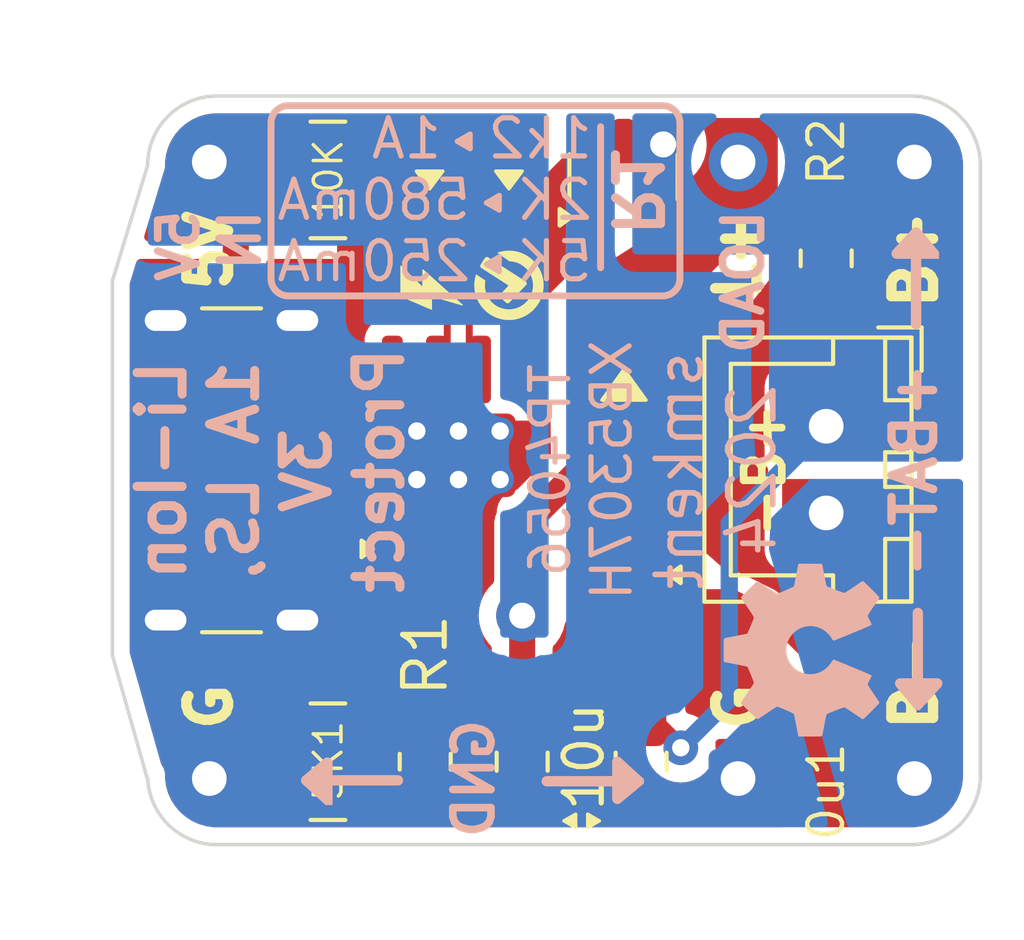
<source format=kicad_pcb>
(kicad_pcb (version 20240108) (generator "pcbnew") (generator_version "8.0")
  (layers (0 "F.Cu" signal) (31 "B.Cu" signal) (34 "B.Paste" user) (35 "F.Paste" user) (36 "B.SilkS" user "B.Silkscreen") (37 "F.SilkS" user "F.Silkscreen") (38 "B.Mask" user) (39 "F.Mask" user) (44 "Edge.Cuts" user))
  (net 0 "")
  (net 1 "GND")
  (net 2 "VIN")
  (net 3 "VOUT")
  (net 4 "B+")
  (net 5 "Net-(LED1-A)")
  (net 6 "Net-(LED1-K)")
  (net 7 "Net-(LED2-A)")
  (net 8 "Net-(LED2-K)")
  (net 9 "Net-(U1-PROG)")
  (net 10 "Net-(J0-CC1)")
  (net 11 "Net-(J0-CC2)")
  (net 14 "B-")
  (net 15 "BATVDD")
  (footprint "Resistor_SMD:R_Array_Convex_4x0603" (layer "F.Cu") (at 125.338 111.2735)
    (property "Reference" "RN2" (hide yes))
    (property "Value" "5K1")
    (pad "1" smd rect (at -0.9 -1.2) (size 0.8 0.5) (layers "F.Cu" "F.Paste" "F.Mask") (net 11 "Net-(J0-CC2)"))
    (pad "2" smd rect (at -0.9 -0.4) (size 0.8 0.4) (layers "F.Cu" "F.Paste" "F.Mask") (net 10 "Net-(J0-CC1)"))
    (pad "3" smd rect (at -0.9 0.4) (size 0.8 0.4) (layers "F.Cu" "F.Paste" "F.Mask") (net 1 "GND"))
    (pad "4" smd rect (at -0.9 1.2) (size 0.8 0.5) (layers "F.Cu" "F.Paste" "F.Mask") (net 1 "GND"))
    (pad "5" smd rect (at 0.9 1.2) (size 0.8 0.5) (layers "F.Cu" "F.Paste" "F.Mask") (net 1 "GND"))
    (pad "6" smd rect (at 0.9 0.4) (size 0.8 0.4) (layers "F.Cu" "F.Paste" "F.Mask") (net 1 "GND"))
    (pad "7" smd rect (at 0.9 -0.4) (size 0.8 0.4) (layers "F.Cu" "F.Paste" "F.Mask") (net 1 "GND"))
    (pad "8" smd rect (at 0.9 -1.2) (size 0.8 0.5) (layers "F.Cu" "F.Paste" "F.Mask") (net 1 "GND"))
  )
  (footprint "Resistor_SMD:R_0805_2012Metric_Pad1.20x1.40mm_HandSolder" (layer "F.Cu") (at 128.143 111.2735 -90)
    (property "Reference" "R1" (hide yes))
    (property "Value" "1K2")
    (pad "1" smd roundrect (at -1 0 270) (size 1.2 1.4) (layers "F.Cu" "F.Paste" "F.Mask") (roundrect_rratio 0.208333) (net 9 "Net-(U1-PROG)"))
    (pad "2" smd roundrect (at 1 0 270) (size 1.2 1.4) (layers "F.Cu" "F.Paste" "F.Mask") (roundrect_rratio 0.208333) (net 1 "GND"))
  )
  (footprint "custom:SOIC-8-1EP_3.9x4.9mm_P1.27mm_EP2.41x3.3mm_ThermalVias_CustomVias" (layer "F.Cu") (at 129.102 102.437 90)
    (property "Reference" "U1" (hide yes))
    (property "Value" "TP4056")
    (pad "1" smd roundrect (at -2.475 -1.905 90) (size 1.95 0.6) (layers "F.Cu" "F.Paste" "F.Mask") (net 1 "GND"))
    (pad "2" smd roundrect (at -2.475 -0.635 90) (size 1.95 0.6) (layers "F.Cu" "F.Paste" "F.Mask") (net 9 "Net-(U1-PROG)"))
    (pad "3" smd roundrect (at -2.475 0.635 90) (size 1.95 0.6) (layers "F.Cu" "F.Paste" "F.Mask") (net 1 "GND"))
    (pad "4" smd roundrect (at -2.475 1.905 90) (size 1.95 0.6) (layers "F.Cu" "F.Paste" "F.Mask") (net 2 "VIN"))
    (pad "5" smd roundrect (at 2.475 1.905 90) (size 1.95 0.6) (layers "F.Cu" "F.Paste" "F.Mask") (net 4 "B+"))
    (pad "6" smd roundrect (at 2.475 0.635 90) (size 1.95 0.6) (layers "F.Cu" "F.Paste" "F.Mask") (net 8 "Net-(LED2-K)"))
    (pad "7" smd roundrect (at 2.475 -0.635 90) (size 1.95 0.6) (layers "F.Cu" "F.Paste" "F.Mask") (net 6 "Net-(LED1-K)"))
    (pad "8" smd roundrect (at 2.475 -1.905 90) (size 1.95 0.6) (layers "F.Cu" "F.Paste" "F.Mask") (net 2 "VIN"))
    (pad "9" thru_hole circle (at -0.7 -1.2 90) (size 0.8 0.8) (drill 0.5) (property pad_prop_heatsink) (layers "*.Cu") (net 1 "GND"))
    (pad "9" thru_hole circle (at -0.7 0 90) (size 0.8 0.8) (drill 0.5) (property pad_prop_heatsink) (layers "*.Cu") (net 1 "GND"))
    (pad "9" thru_hole circle (at -0.7 1.2 90) (size 0.8 0.8) (drill 0.5) (property pad_prop_heatsink) (layers "*.Cu") (net 1 "GND"))
    (pad "9" smd rect (at 0 0 90) (size 1.9 2.9) (property pad_prop_heatsink) (layers "B.Cu") (net 1 "GND"))
    (pad "9" smd roundrect (at 0 0 90) (size 2.41 3.3) (property pad_prop_heatsink) (layers "F.Cu" "F.Mask") (roundrect_rratio 0.1037344398) (net 1 "GND"))
    (pad "9" thru_hole circle (at 0.7 -1.2 90) (size 0.8 0.8) (drill 0.5) (property pad_prop_heatsink) (layers "*.Cu") (net 1 "GND"))
    (pad "9" thru_hole circle (at 0.7 0 90) (size 0.8 0.8) (drill 0.5) (property pad_prop_heatsink) (layers "*.Cu") (net 1 "GND"))
    (pad "9" thru_hole circle (at 0.7 1.2 90) (size 0.8 0.8) (drill 0.5) (property pad_prop_heatsink) (layers "*.Cu") (net 1 "GND"))
  )
  (footprint "custom:JST_XH_B2B-XH-A_1x02_P2.50mm_Vertical_simple" (layer "F.Cu") (at 139.7 101.6 -90)
    (property "Reference" "BT1" (hide yes))
    (property "Value" "Battery_Cell")
    (pad "1" thru_hole oval (at 0 0 270) (size 1.7 2) (drill 1) (layers "*.Cu" "*.Mask") (net 4 "B+"))
    (pad "2" thru_hole oval (at 2.5 0 270) (size 1.7 2) (drill 1) (layers "*.Cu" "*.Mask") (net 14 "B-"))
  )
  (footprint "Capacitor_SMD:C_0805_2012Metric_Pad1.18x1.45mm_HandSolder" (layer "F.Cu") (at 130.937 111.2735 -90)
    (property "Reference" "C1" (hide yes))
    (property "Value" "10uF")
    (pad "1" smd roundrect (at -1.0375 0 270) (size 1.175 1.45) (layers "F.Cu" "F.Paste" "F.Mask") (roundrect_rratio 0.212766) (net 2 "VIN"))
    (pad "2" smd roundrect (at 1.0375 0 270) (size 1.175 1.45) (layers "F.Cu" "F.Paste" "F.Mask") (roundrect_rratio 0.212766) (net 1 "GND"))
  )
  (footprint "graphics:icon-check-mark-circle-2mm" (layer "F.Cu") (at 130.55617 97.535828 90)
    (property "Reference" "G***" (hide yes))
    (property "Value" "LOGO" (hide yes))
  )
  (footprint "custom:LED_0805_2012Metric_Pad1.15x1.40mm_HandSolder_simple" (layer "F.Cu") (at 128.27 94.497 90)
    (property "Reference" "LED1" (hide yes))
    (property "Value" "Charge")
    (pad "1" smd roundrect (at -1.025 0 90) (size 1.15 1.4) (layers "F.Cu" "F.Paste" "F.Mask") (roundrect_rratio 0.217391) (net 6 "Net-(LED1-K)"))
    (pad "2" smd roundrect (at 1.025 0 90) (size 1.15 1.4) (layers "F.Cu" "F.Paste" "F.Mask") (roundrect_rratio 0.217391) (net 5 "Net-(LED1-A)"))
  )
  (footprint "Capacitor_SMD:C_0805_2012Metric_Pad1.18x1.45mm_HandSolder" (layer "F.Cu") (at 134.366 111.2735 90)
    (property "Reference" "C2" (hide yes))
    (property "Value" "10uF")
    (pad "1" smd roundrect (at -1.0375 0 90) (size 1.175 1.45) (layers "F.Cu" "F.Paste" "F.Mask") (roundrect_rratio 0.212766) (net 1 "GND"))
    (pad "2" smd roundrect (at 1.0375 0 90) (size 1.175 1.45) (layers "F.Cu" "F.Paste" "F.Mask") (roundrect_rratio 0.212766) (net 4 "B+"))
  )
  (footprint "custom:SOT-23-5_simple" (layer "F.Cu") (at 133.667 107.1825 -90)
    (property "Reference" "U2" (hide yes))
    (property "Value" "XB5350D0")
    (pad "1" smd roundrect (at -1.1375 -0.95 270) (size 1.325 0.6) (layers "F.Cu" "F.Paste" "F.Mask"))
    (pad "2" smd roundrect (at -1.1375 0 270) (size 1.325 0.6) (layers "F.Cu" "F.Paste" "F.Mask") (net 14 "B-"))
    (pad "3" smd roundrect (at -1.1375 0.95 270) (size 1.325 0.6) (layers "F.Cu" "F.Paste" "F.Mask") (net 15 "BATVDD"))
    (pad "4" smd roundrect (at 1.1375 0.95 270) (size 1.325 0.6) (layers "F.Cu" "F.Paste" "F.Mask") (net 1 "GND"))
    (pad "5" smd roundrect (at 1.1375 -0.95 270) (size 1.325 0.6) (layers "F.Cu" "F.Paste" "F.Mask") (net 1 "GND"))
  )
  (footprint "Capacitor_SMD:C_0805_2012Metric_Pad1.18x1.45mm_HandSolder" (layer "F.Cu") (at 139.7 108.9875 90)
    (property "Reference" "C3" (hide yes))
    (property "Value" "0.1uF")
    (pad "1" smd roundrect (at -1.0375 0 90) (size 1.175 1.45) (layers "F.Cu" "F.Paste" "F.Mask") (roundrect_rratio 0.212766) (net 14 "B-"))
    (pad "2" smd roundrect (at 1.0375 0 90) (size 1.175 1.45) (layers "F.Cu" "F.Paste" "F.Mask") (roundrect_rratio 0.212766) (net 15 "BATVDD"))
  )
  (footprint "Package_TO_SOT_SMD:SOT-23" (layer "F.Cu") (at 133.858 94.4095 90)
    (property "Reference" "Q1" (hide yes))
    (property "Value" "AO3401A")
    (pad "1" smd roundrect (at -0.9375 -0.95 90) (size 1.475 0.6) (layers "F.Cu" "F.Paste" "F.Mask") (net 2 "VIN"))
    (pad "2" smd roundrect (at -0.9375 0.95 90) (size 1.475 0.6) (layers "F.Cu" "F.Paste" "F.Mask") (net 3 "VOUT"))
    (pad "3" smd roundrect (at 0.9375 0 90) (size 1.475 0.6) (layers "F.Cu" "F.Paste" "F.Mask") (net 4 "B+"))
  )
  (footprint "custom:D_SMA_simple" (layer "F.Cu") (at 133.858 100.425 -90)
    (property "Reference" "D3" (hide yes))
    (property "Value" "SS34")
    (pad "1" smd roundrect (at -2 0 270) (size 2.5 1.8) (layers "F.Cu" "F.Paste" "F.Mask") (roundrect_rratio 0.1388888889) (net 3 "VOUT"))
    (pad "2" smd roundrect (at 2 0 270) (size 2.5 1.8) (layers "F.Cu" "F.Paste" "F.Mask") (roundrect_rratio 0.1388888889) (net 2 "VIN"))
  )
  (footprint "custom:USB_C_Receptacle_GCT_USB4125-xx-x_6P_TopMnt_Horizontal_handsolder" (layer "F.Cu") (at 121.46 102.87 -90)
    (property "Reference" "J0" (hide yes))
    (property "Value" "USB_C_Receptacle_PowerOnly_6P")
    (pad "A5" smd roundrect (at -0.5 -3.28 270) (size 0.7 1.6) (layers "F.Cu" "F.Paste" "F.Mask") (net 10 "Net-(J0-CC1)"))
    (pad "A9" smd roundrect (at 1.52 -3.28 90) (size 0.76 1.6) (layers "F.Cu" "F.Paste" "F.Mask") (net 2 "VIN"))
    (pad "A12" smd roundrect (at 2.75 -3.28 90) (size 0.8 1.6) (layers "F.Cu" "F.Paste" "F.Mask") (net 1 "GND"))
    (pad "B5" smd roundrect (at 0.5 -3.28 90) (size 0.7 1.6) (layers "F.Cu" "F.Paste" "F.Mask") (net 11 "Net-(J0-CC2)"))
    (pad "B9" smd roundrect (at -1.52 -3.28 270) (size 0.76 1.6) (layers "F.Cu" "F.Paste" "F.Mask") (net 2 "VIN"))
    (pad "B12" smd roundrect (at -2.75 -3.28 270) (size 0.8 1.6) (layers "F.Cu" "F.Paste" "F.Mask") (net 1 "GND"))
    (pad "S1" thru_hole oval (at -4.32 -3 270) (size 1.1 1.7) (drill oval 0.6 1.2) (layers "*.Cu" "*.Mask" "F.Paste") (net 1 "GND"))
    (pad "S1" thru_hole oval (at -4.32 0.8 270) (size 1.1 1.7) (drill oval 0.6 1.2) (layers "*.Cu" "*.Mask" "F.Paste") (net 1 "GND"))
    (pad "S1" thru_hole oval (at 4.32 -3 270) (size 1.1 1.7) (drill oval 0.6 1.2) (layers "*.Cu" "*.Mask" "F.Paste") (net 1 "GND"))
    (pad "S1" thru_hole oval (at 4.32 0.8 270) (size 1.1 1.7) (drill oval 0.6 1.2) (layers "*.Cu" "*.Mask" "F.Paste") (net 1 "GND"))
  )
  (footprint "Resistor_SMD:R_0805_2012Metric_Pad1.20x1.40mm_HandSolder" (layer "F.Cu") (at 139.7 96.758 -90)
    (property "Reference" "R2" (hide yes))
    (property "Value" "100R")
    (pad "1" smd roundrect (at -1 0 270) (size 1.2 1.4) (layers "F.Cu" "F.Paste" "F.Mask") (roundrect_rratio 0.208333) (net 4 "B+"))
    (pad "2" smd roundrect (at 1 0 270) (size 1.2 1.4) (layers "F.Cu" "F.Paste" "F.Mask") (roundrect_rratio 0.208333) (net 15 "BATVDD"))
  )
  (footprint "custom:LED_0805_2012Metric_Pad1.15x1.40mm_HandSolder_simple" (layer "F.Cu") (at 130.556 94.497 90)
    (property "Reference" "LED2" (hide yes))
    (property "Value" "Done")
    (pad "1" smd roundrect (at -1.025 0 90) (size 1.15 1.4) (layers "F.Cu" "F.Paste" "F.Mask") (roundrect_rratio 0.217391) (net 8 "Net-(LED2-K)"))
    (pad "2" smd roundrect (at 1.025 0 90) (size 1.15 1.4) (layers "F.Cu" "F.Paste" "F.Mask") (roundrect_rratio 0.217391) (net 7 "Net-(LED2-A)"))
  )
  (footprint "Resistor_SMD:R_Array_Convex_4x0603" (layer "F.Cu") (at 125.338 94.497 180)
    (property "Reference" "RN1" (hide yes))
    (property "Value" "10K")
    (pad "1" smd rect (at -0.9 -1.2 180) (size 0.8 0.5) (layers "F.Cu" "F.Paste" "F.Mask") (net 1 "GND"))
    (pad "2" smd rect (at -0.9 -0.4 180) (size 0.8 0.4) (layers "F.Cu" "F.Paste" "F.Mask") (net 7 "Net-(LED2-A)"))
    (pad "3" smd rect (at -0.9 0.4 180) (size 0.8 0.4) (layers "F.Cu" "F.Paste" "F.Mask") (net 5 "Net-(LED1-A)"))
    (pad "4" smd rect (at -0.9 1.2 180) (size 0.8 0.5) (layers "F.Cu" "F.Paste" "F.Mask"))
    (pad "5" smd rect (at 0.9 1.2 180) (size 0.8 0.5) (layers "F.Cu" "F.Paste" "F.Mask"))
    (pad "6" smd rect (at 0.9 0.4 180) (size 0.8 0.4) (layers "F.Cu" "F.Paste" "F.Mask") (net 2 "VIN"))
    (pad "7" smd rect (at 0.9 -0.4 180) (size 0.8 0.4) (layers "F.Cu" "F.Paste" "F.Mask") (net 2 "VIN"))
    (pad "8" smd rect (at 0.9 -1.2 180) (size 0.8 0.5) (layers "F.Cu" "F.Paste" "F.Mask") (net 2 "VIN"))
  )
  (footprint "graphics:icon-lightning-bolt-2mm" (layer "F.Cu") (at 128.259888 97.659736 90)
    (property "Reference" "G***" (hide yes))
    (property "Value" "LOGO" (hide yes))
  )
  (footprint "custom:PinHeader_1x01_P2.54mm_simple_square" (layer "B.Cu") (at 142.24 111.76 -90)
    (property "Reference" "J4" (hide yes))
    (property "Value" "Conn_01x01")
    (pad "1" thru_hole roundrect (at 0 0 270) (size 1.7 1.7) (drill 1) (layers "*.Cu" "*.Mask") (roundrect_rratio 0.1470588235) (net 14 "B-"))
  )
  (footprint "custom:PinHeader_1x01_P2.54mm_simple_square" (layer "B.Cu") (at 121.92 111.76 180)
    (property "Reference" "J2" (hide yes))
    (property "Value" "Conn_01x01")
    (pad "1" thru_hole roundrect (at 0 0 180) (size 1.7 1.7) (drill 1) (layers "*.Cu" "*.Mask") (roundrect_rratio 0.1470588235) (net 1 "GND"))
  )
  (footprint "custom:PinHeader_1x01_P2.54mm_simple" (layer "B.Cu") (at 121.92 93.98 180)
    (property "Reference" "J1" (hide yes))
    (property "Value" "Conn_01x01")
    (pad "1" thru_hole oval (at 0 0 180) (size 1.7 1.7) (drill 1) (layers "*.Cu" "*.Mask") (net 2 "VIN"))
  )
  (footprint "custom:PinHeader_1x01_P2.54mm_simple" (layer "B.Cu") (at 137.16 93.98 -90)
    (property "Reference" "J5" (hide yes))
    (property "Value" "Conn_01x01")
    (pad "1" thru_hole oval (at 0 0 270) (size 1.7 1.7) (drill 1) (layers "*.Cu" "*.Mask") (net 3 "VOUT"))
  )
  (footprint "custom:PinHeader_1x01_P2.54mm_simple_square" (layer "B.Cu") (at 137.16 111.76 180)
    (property "Reference" "J6" (hide yes))
    (property "Value" "Conn_01x01")
    (pad "1" thru_hole roundrect (at 0 0 180) (size 1.7 1.7) (drill 1) (layers "*.Cu" "*.Mask") (roundrect_rratio 0.1470588235) (net 1 "GND"))
  )
  (footprint "graphics:oshw-logo-5mm" (layer "B.Cu") (at 138.9888 108.0516 -90)
    (property "Reference" "G***" (hide yes))
    (property "Value" "LOGO" (hide yes))
  )
  (footprint "custom:PinHeader_1x01_P2.54mm_simple" (layer "B.Cu") (at 142.24 93.98 -90)
    (property "Reference" "J3" (hide yes))
    (property "Value" "Conn_01x01")
    (pad "1" thru_hole oval (at 0 0 270) (size 1.7 1.7) (drill 1) (layers "*.Cu" "*.Mask") (net 4 "B+"))
  )
  (gr_line (start 127.3556 111.8108) (end 124.714 111.8108) (stroke (width 0.3)) (layer "B.SilkS"))
  (gr_poly (pts (xy 134.2898 111.8362) (xy 133.6802 111.2774) (xy 133.6802 112.3442)) (stroke (width 0.3)) (fill solid) (layer "B.SilkS"))
  (gr_poly (pts (arc (start 134.9836 97.8408) (mid 135.337153 97.694353) (end 135.4836 97.3408)) (arc (start 135.4836 92.8544) (mid 135.337153 92.500847) (end 134.9836 92.3544)) (arc (start 124.198 92.3544) (mid 123.844447 92.500847) (end 123.698 92.8544)) (arc (start 123.698 97.3408) (mid 123.844447 97.694353) (end 124.198 97.8408))) (stroke (width 0.2)) (fill none) (layer "B.SilkS"))
  (gr_line (start 142.3416 106.9848) (end 142.3416 109.6264) (stroke (width 0.3)) (layer "B.SilkS"))
  (gr_poly (pts (xy 142.2908 96.012) (xy 141.732 96.6216) (xy 142.7988 96.6216)) (stroke (width 0.3)) (fill solid) (layer "B.SilkS"))
  (gr_poly (pts (xy 142.3416 109.6264) (xy 142.9004 109.0168) (xy 141.8336 109.0168)) (stroke (width 0.3)) (fill solid) (layer "B.SilkS"))
  (gr_line (start 142.2908 98.6536) (end 142.2908 96.012) (stroke (width 0.3)) (layer "B.SilkS"))
  (gr_line (start 133.1976 92.964) (end 133.1976 97.028) (stroke (width 0.2)) (layer "B.SilkS"))
  (gr_poly (pts (xy 124.714 111.8108) (xy 125.3236 112.3696) (xy 125.3236 111.3028)) (stroke (width 0.3)) (fill solid) (layer "B.SilkS"))
  (gr_line (start 131.6482 111.8362) (end 134.2898 111.8362) (stroke (width 0.3)) (layer "B.SilkS"))
  (gr_poly (pts (arc (start 142.145 92.075) (mid 143.559214 92.660786) (end 144.145 94.075)) (arc (start 144.145 111.665) (mid 143.559214 113.079214) (end 142.145 113.665)) (arc (start 122.142 113.665) (mid 120.727786 113.079214) (end 120.142 111.665)) (xy 120.144516 111.807863) (xy 119.126 108.204) (xy 119.126 97.409) (arc (start 120.142 94.075) (mid 120.727786 92.660786) (end 122.142 92.075))) (stroke (width 0.1)) (fill none) (layer "Edge.Cuts"))
  (gr_text "R1" (at 134.2136 94.7928 270) (layer "B.SilkS") (effects (font (size 1.3 1.3) (thickness 0.26) (bold yes)) (justify mirror)))
  (gr_text "1k2‣1A\n2K‣580mA\n5K‣250mA" (at 133.0452 92.6592 0) (layer "B.SilkS") (effects (font (size 1.1 1.1)) (justify left top mirror)))
  (gr_text "TP4056\nXB5307H" (at 131.105362 102.87 90) (layer "B.SilkS") (effects (font (size 1.1 1.1)) (justify top mirror)))
  (gr_text "Li-Ion\n1A LS,\n3V\nProtect" (at 119.7864 102.87 90) (layer "B.SilkS") (effects (font (size 1.3 1.3) (thickness 0.26) (bold yes)) (justify top mirror)))
  (gr_text "LOAD" (at 137.3124 95.25 90) (layer "B.SilkS") (effects (font (size 1.1 1.1) (thickness 0.22) (bold yes)) (justify left mirror)))
  (gr_text "5V\nIN" (at 121.92 95.25 90) (layer "B.SilkS") (effects (font (size 1.1 1.1) (thickness 0.22) (bold yes)) (justify left mirror)))
  (gr_text "smkent\n2024" (at 138.3284 102.87 90) (layer "B.SilkS") (effects (font (size 1.3 1.3) (thickness 0.1625)) (justify bottom mirror)))
  (gr_text "GND" (at 129.54 111.76 90) (layer "B.SilkS") (effects (font (size 1.1 1.1) (thickness 0.22) (bold yes)) (justify mirror)))
  (gr_text "+BAT-" (at 142.24 102.87 90) (layer "B.SilkS") (effects (font (size 1.2 1.2) (thickness 0.24) (bold yes)) (justify mirror)))
  (gr_text "G" (at 121.92 110.49 90) (layer "F.SilkS") (effects (font (size 1.2 1.2) (thickness 0.3) (bold yes)) (justify left)))
  (gr_text "‣" (at 132.334 112.903 0) (layer "F.SilkS") (effects (font (size 1 1) (thickness 0.1)) (justify mirror)))
  (gr_text "B+" (at 142.24 95.25 90) (layer "F.SilkS") (effects (font (size 1.2 1.2) (thickness 0.3) (bold yes)) (justify right)))
  (gr_text "5K1" (at 125.349 111.252 90) (layer "F.SilkS") (effects (font (size 0.8 0.8) (thickness 0.1))))
  (gr_text "‣" (at 132.969 112.903 0) (layer "F.SilkS") (effects (font (size 1 1) (thickness 0.1))))
  (gr_text "L+" (at 137.16 95.25 90) (layer "F.SilkS") (effects (font (size 1.2 1.2) (thickness 0.3) (bold yes)) (justify right)))
  (gr_text "B-" (at 142.24 110.49 90) (layer "F.SilkS") (effects (font (size 1.2 1.2) (thickness 0.3) (bold yes)) (justify left)))
  (gr_text "10u" (at 132.715 111.125 90) (layer "F.SilkS") (effects (font (size 1.1 1.1))))
  (gr_text "R1" (at 128.143 109.473998 90) (layer "F.SilkS") (effects (font (size 1.2 1.2)) (justify left)))
  (gr_text "R2" (at 139.7 94.742 90) (layer "F.SilkS") (effects (font (size 1 1) (thickness 0.125)) (justify left)))
  (gr_text "10K" (at 125.349 94.488 90) (layer "F.SilkS") (effects (font (size 0.8 0.8) (thickness 0.1))))
  (gr_text "-B+" (at 137.922 102.87 90) (layer "F.SilkS") (effects (font (size 1.1 1.1) (thickness 0.22) (bold yes))))
  (gr_text "G" (at 137.16 110.49 90) (layer "F.SilkS") (effects (font (size 1.2 1.2) (thickness 0.3) (bold yes)) (justify left)))
  (gr_text "5V" (at 121.92 95.25 90) (layer "F.SilkS") (effects (font (size 1.2 1.2) (thickness 0.3) (bold yes)) (justify right)))
  (gr_text "0u1" (at 139.7 112.141 90) (layer "F.SilkS") (effects (font (size 1 1) (thickness 0.125))))
  (segment (start 134.617 108.32) (end 132.717 108.32) (width 1) (layer "F.Cu") (net 1))
  (segment (start 131.007 104.451) (end 133.033 102.425) (width 0.75) (layer "F.Cu") (net 2))
  (segment (start 130.937 107.061) (end 130.937 110.236) (width 0.75) (layer "F.Cu") (net 2))
  (segment (start 124.438 94.097) (end 124.438 95.697) (width 0.2) (layer "F.Cu") (net 2))
  (segment (start 123.94 101.35) (end 122.682 100.092) (width 0.75) (layer "F.Cu") (net 2))
  (segment (start 131.007 104.912) (end 131.007 104.451) (width 0.75) (layer "F.Cu") (net 2))
  (segment (start 126.115 101.87949) (end 126.115 103.86051) (width 0.75) (layer "F.Cu") (net 2))
  (segment (start 122.682 94.742) (end 121.92 93.98) (width 0.75) (layer "F.Cu") (net 2))
  (segment (start 132.908 95.347) (end 132.608001 95.646999) (width 0.2) (layer "F.Cu") (net 2))
  (segment (start 125.809 101.35) (end 124.74 101.35) (width 0.75) (layer "F.Cu") (net 2))
  (segment (start 131.007 104.912) (end 131.007 106.991) (width 0.75) (layer "F.Cu") (net 2))
  (segment (start 132.608001 95.646999) (end 132.608001 101.175001) (width 0.2) (layer "F.Cu") (net 2))
  (segment (start 126.115 103.86051) (end 125.58551 104.39) (width 0.75) (layer "F.Cu") (net 2))
  (segment (start 125.58551 104.39) (end 124.74 104.39) (width 0.75) (layer "F.Cu") (net 2))
  (segment (start 131.007 106.991) (end 130.937 107.061) (width 0.75) (layer "F.Cu") (net 2))
  (segment (start 133.033 102.425) (end 133.858 102.425) (width 0.75) (layer "F.Cu") (net 2))
  (segment (start 125.58551 101.35) (end 126.115 101.87949) (width 0.75) (layer "F.Cu") (net 2))
  (segment (start 127.197 99.962) (end 125.809 101.35) (width 0.75) (layer "F.Cu") (net 2))
  (segment (start 124.74 101.35) (end 125.58551 101.35) (width 0.75) (layer "F.Cu") (net 2))
  (segment (start 124.74 101.35) (end 123.94 101.35) (width 0.75) (layer "F.Cu") (net 2))
  (segment (start 132.608001 101.175001) (end 133.858 102.425) (width 0.2) (layer "F.Cu") (net 2))
  (segment (start 122.682 100.092) (end 122.682 94.742) (width 0.75) (layer "F.Cu") (net 2))
  (via (at 130.937 107.061) (size 1.5) (drill 0.75) (layers "F.Cu" "B.Cu") (net 2))
  (segment (start 133.01604 93.472) (end 133.858 93.472) (width 0.75) (layer "F.Cu") (net 4))
  (segment (start 131.831 97.15) (end 131.831 94.65704) (width 0.75) (layer "F.Cu") (net 4))
  (segment (start 131.007 99.962) (end 131.007 97.974) (width 0.75) (layer "F.Cu") (net 4))
  (segment (start 131.007 97.974) (end 131.831 97.15) (width 0.75) (layer "F.Cu") (net 4))
  (segment (start 131.831 94.65704) (end 133.01604 93.472) (width 0.75) (layer "F.Cu") (net 4))
  (segment (start 134.874 110.236) (end 134.366 110.236) (width 0.5) (layer "F.Cu") (net 4))
  (segment (start 133.858 93.472) (end 135.001 93.472) (width 0.75) (layer "F.Cu") (net 4))
  (segment (start 135.509 110.871) (end 134.874 110.236) (width 0.5) (layer "F.Cu") (net 4))
  (via (at 135.001 93.472) (size 1.5) (drill 0.75) (layers "F.Cu" "B.Cu") (net 4))
  (via (at 135.509 110.871) (size 1) (drill 0.5) (layers "F.Cu" "B.Cu") (net 4))
  (segment (start 135.509 110.871) (end 136.906 109.474) (width 0.5) (layer "B.Cu") (net 4))
  (segment (start 135.001 93.472) (end 135.001 93.836255) (width 0.75) (layer "B.Cu") (net 4))
  (segment (start 136.906 109.474) (end 136.906 104.394) (width 0.5) (layer "B.Cu") (net 4))
  (segment (start 136.906 104.394) (end 139.7 101.6) (width 0.5) (layer "B.Cu") (net 4))
  (segment (start 128.27 93.472) (end 128.143 93.472) (width 0.2) (layer "F.Cu") (net 5))
  (segment (start 127.518 94.097) (end 126.238 94.097) (width 0.2) (layer "F.Cu") (net 5))
  (segment (start 128.143 93.472) (end 127.518 94.097) (width 0.2) (layer "F.Cu") (net 5))
  (segment (start 128.778 99.651) (end 128.467 99.962) (width 0.2) (layer "F.Cu") (net 6))
  (segment (start 128.27 95.522) (end 128.778 96.03) (width 0.2) (layer "F.Cu") (net 6))
  (segment (start 128.778 96.03) (end 128.778 99.651) (width 0.2) (layer "F.Cu") (net 6))
  (segment (start 126.238 94.897) (end 126.488 94.647) (width 0.2) (layer "F.Cu") (net 7))
  (segment (start 129.381 94.647) (end 130.556 93.472) (width 0.2) (layer "F.Cu") (net 7))
  (segment (start 126.488 94.647) (end 129.381 94.647) (width 0.2) (layer "F.Cu") (net 7))
  (segment (start 129.413 99.638) (end 129.737 99.962) (width 0.2) (layer "F.Cu") (net 8))
  (segment (start 130.556 95.522) (end 129.413 96.665) (width 0.2) (layer "F.Cu") (net 8))
  (segment (start 129.413 96.665) (end 129.413 99.638) (width 0.2) (layer "F.Cu") (net 8))
  (segment (start 128.467 104.912) (end 128.467 109.9495) (width 0.2) (layer "F.Cu") (net 9))
  (segment (start 128.467 109.9495) (end 128.143 110.2735) (width 0.2) (layer "F.Cu") (net 9))
  (segment (start 124.263398 102.37) (end 124.74 102.37) (width 0.2) (layer "F.Cu") (net 10))
  (segment (start 124.438 110.8735) (end 123.838 110.8735) (width 0.2) (layer "F.Cu") (net 10))
  (segment (start 122.91 103.723398) (end 124.263398 102.37) (width 0.2) (layer "F.Cu") (net 10))
  (segment (start 123.838 110.8735) (end 122.91 109.9455) (width 0.2) (layer "F.Cu") (net 10))
  (segment (start 122.91 109.9455) (end 122.91 103.723398) (width 0.2) (layer "F.Cu") (net 10))
  (segment (start 123.31 108.9455) (end 123.31 104.32177) (width 0.2) (layer "F.Cu") (net 11))
  (segment (start 124.438 110.0735) (end 123.31 108.9455) (width 0.2) (layer "F.Cu") (net 11))
  (segment (start 123.31 104.32177) (end 124.26177 103.37) (width 0.2) (layer "F.Cu") (net 11))
  (segment (start 124.26177 103.37) (end 124.74 103.37) (width 0.2) (layer "F.Cu") (net 11))
  (segment (start 133.667 106.707499) (end 134.167001 107.2075) (width 0.5) (layer "F.Cu") (net 14))
  (segment (start 133.667 106.045) (end 133.667 106.707499) (width 0.5) (layer "F.Cu") (net 14))
  (segment (start 136.8825 107.2075) (end 139.7 110.025) (width 0.5) (layer "F.Cu") (net 14))
  (segment (start 134.167001 107.2075) (end 136.8825 107.2075) (width 0.5) (layer "F.Cu") (net 14))
  (segment (start 133.959501 104.14) (end 135.382 104.14) (width 0.5) (layer "F.Cu") (net 15))
  (segment (start 132.717 106.045) (end 132.717 105.382501) (width 0.5) (layer "F.Cu") (net 15))
  (segment (start 135.382 104.14) (end 135.89 103.632) (width 0.5) (layer "F.Cu") (net 15))
  (segment (start 132.717 105.382501) (end 133.959501 104.14) (width 0.5) (layer "F.Cu") (net 15))
  (segment (start 139.478 97.758) (end 139.7 97.758) (width 0.5) (layer "F.Cu") (net 15))
  (segment (start 135.89 103.632) (end 135.89 101.346) (width 0.5) (layer "F.Cu") (net 15))
  (segment (start 135.89 101.346) (end 139.478 97.758) (width 0.5) (layer "F.Cu") (net 15))
  (zone (net 4) (net_name "B+") (layer "F.Cu") (priority 7) (connect_pads yes (clearance 0.5)) (min_thickness 0.25) (fill yes (thermal_gap 0.5) (thermal_bridge_width 0.5))
    (polygon (pts (xy 138.43 100.33) (xy 138.43 102.616) (xy 144.145 102.616) (xy 144.145 92.075) (xy 138.811 92.075) (xy 138.811 96.52) (xy 141.097 96.52) (xy 141.097 100.33)))
  )
  (zone (net 14) (net_name "B-") (layer "F.Cu") (priority 2) (connect_pads yes (clearance 0.5)) (min_thickness 0.25) (fill yes (thermal_gap 0.5) (thermal_bridge_width 0.5))
    (polygon (pts (xy 144.145 105.918) (xy 144.145 109.982) (xy 144.145 113.538) (xy 138.938 113.538) (xy 138.938 110.236) (xy 135.636 110.236) (xy 135.636 108.966) (xy 134.239 108.966) (xy 134.239 106.934) (xy 133.35 106.934) (xy 133.35 104.902) (xy 134.366 104.902) (xy 134.366 106.299) (xy 137.033 106.299) (xy 138.049 106.807) (xy 138.049 109.093) (xy 141.097 109.093) (xy 141.097 105.283) (xy 138.43 105.283) (xy 138.43 102.87) (xy 144.145 102.87)))
  )
  (zone (net 2) (net_name "VIN") (layer "F.Cu") (priority 4) (connect_pads yes (clearance 0.5)) (min_thickness 0.25) (fill yes (thermal_gap 0.5) (thermal_bridge_width 0.5))
    (polygon (pts (xy 119.126 92.075) (xy 119.126 96.393) (xy 124.968 96.393) (xy 124.968 92.075)))
  )
  (zone (net 3) (net_name "VOUT") (layer "F.Cu") (connect_pads yes (clearance 0.5)) (min_thickness 0.25) (fill yes (thermal_gap 0.5) (thermal_bridge_width 0.5))
    (polygon (pts (xy 132.969 99.695) (xy 135.509 99.695) (xy 135.509 98.044) (xy 136.652 96.901) (xy 138.43 95.25) (xy 138.43 92.71) (xy 135.636 92.71) (xy 134.366 94.488) (xy 134.366 96.266) (xy 132.969 97.155)))
  )
  (zone (net 15) (net_name "BATVDD") (layer "F.Cu") (priority 1) (connect_pads yes (clearance 0.5)) (min_thickness 0.25) (fill yes (thermal_gap 0.5) (thermal_bridge_width 0.5))
    (polygon (pts (xy 138.43 108.839) (xy 140.843 108.839) (xy 140.843 105.537) (xy 138.176 105.537) (xy 138.176 100.076) (xy 140.843 100.076) (xy 140.843 96.901) (xy 138.43 96.901) (xy 135.255 100.965) (xy 135.255 104.394) (xy 138.43 107.188)))
  )
  (zone (net 1) (net_name "GND") (layer "F.Cu") (priority 5) (connect_pads yes (clearance 0.5)) (min_thickness 0.25) (fill yes (thermal_gap 0.5) (thermal_bridge_width 0.5))
    (polygon (pts (xy 125.603 96.774) (xy 125.603 95.25) (xy 126.873 95.25) (xy 126.873 96.774) (xy 131.699 96.774) (xy 131.826 107.188) (xy 134.112 107.188) (xy 134.112 109.093) (xy 136.144 110.617) (xy 138.557 110.617) (xy 138.557 113.665) (xy 119.126 113.665) (xy 119.126 96.774)))
  )
  (zone (net 2) (net_name "VIN") (layer "B.Cu") (priority 2) (connect_pads yes (clearance 0.5)) (min_thickness 0.25) (fill yes (thermal_gap 0.5) (thermal_bridge_width 0.5))
    (polygon (pts (xy 120.142 92.075) (xy 120.142 96.393) (xy 126.365 96.393) (xy 126.365 98.679) (xy 130.302 98.679) (xy 130.302 107.696) (xy 131.699 107.696) (xy 131.699 92.075) (xy 126.746 92.075)))
  )
  (zone (net 4) (net_name "B+") (layer "B.Cu") (priority 6) (connect_pads yes (clearance 0.5)) (min_thickness 0.25) (fill yes (thermal_gap 0.5) (thermal_bridge_width 0.5))
    (polygon (pts (xy 144.145 92.075) (xy 144.145 102.616) (xy 138.176 102.616) (xy 138.049 100.584) (xy 138.049 96.647) (xy 134.112 96.647) (xy 134.112 92.075)))
  )
  (zone (net 1) (net_name "GND") (layer "B.Cu") (priority 1) (connect_pads yes (clearance 0.5)) (min_thickness 0.25) (fill yes (thermal_gap 0.5) (thermal_bridge_width 0.5))
    (polygon (pts (xy 119.126 92.075) (xy 144.145 92.075) (xy 144.145 113.538) (xy 119.126 113.665)))
  )
  (zone (net 14) (net_name "B-") (layer "B.Cu") (priority 6) (connect_pads yes (clearance 0.5)) (min_thickness 0.25) (fill yes (thermal_gap 0.5) (thermal_bridge_width 0.5))
    (polygon (pts (xy 144.145 113.665) (xy 144.145 103.124) (xy 138.176 103.124) (xy 138.049 105.156) (xy 140.462 113.665)))
  )
)
</source>
